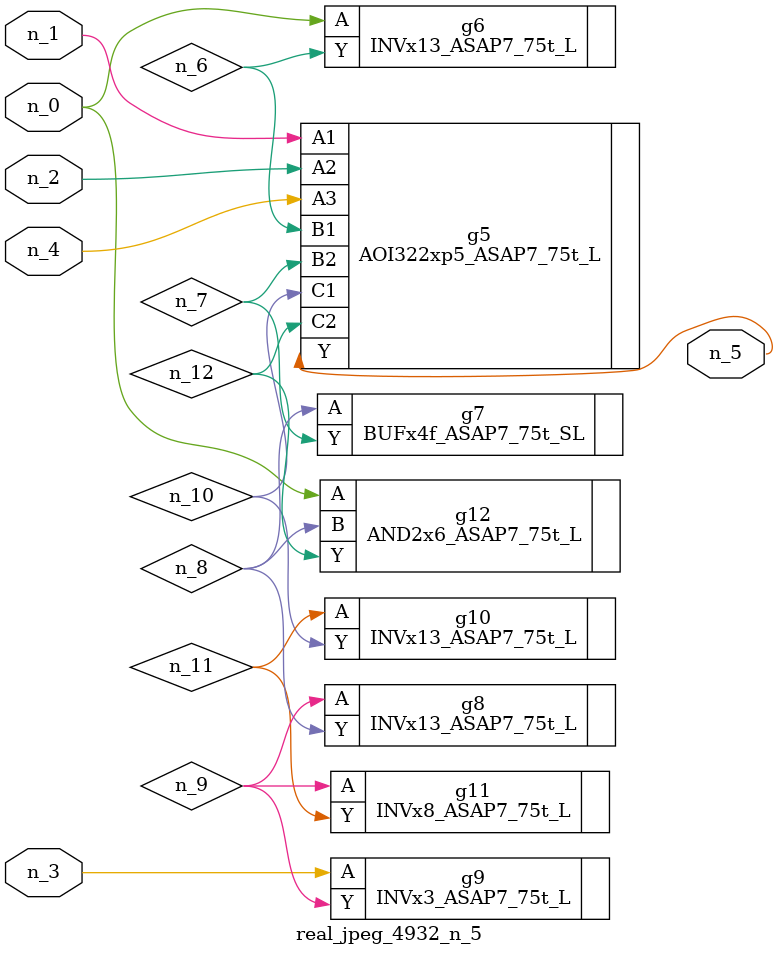
<source format=v>
module real_jpeg_4932_n_5 (n_4, n_0, n_1, n_2, n_3, n_5);

input n_4;
input n_0;
input n_1;
input n_2;
input n_3;

output n_5;

wire n_12;
wire n_8;
wire n_11;
wire n_6;
wire n_7;
wire n_10;
wire n_9;

INVx13_ASAP7_75t_L g6 ( 
.A(n_0),
.Y(n_6)
);

AND2x6_ASAP7_75t_L g12 ( 
.A(n_0),
.B(n_8),
.Y(n_12)
);

AOI322xp5_ASAP7_75t_L g5 ( 
.A1(n_1),
.A2(n_2),
.A3(n_4),
.B1(n_6),
.B2(n_7),
.C1(n_10),
.C2(n_12),
.Y(n_5)
);

INVx3_ASAP7_75t_L g9 ( 
.A(n_3),
.Y(n_9)
);

BUFx4f_ASAP7_75t_SL g7 ( 
.A(n_8),
.Y(n_7)
);

INVx13_ASAP7_75t_L g8 ( 
.A(n_9),
.Y(n_8)
);

INVx8_ASAP7_75t_L g11 ( 
.A(n_9),
.Y(n_11)
);

INVx13_ASAP7_75t_L g10 ( 
.A(n_11),
.Y(n_10)
);


endmodule
</source>
